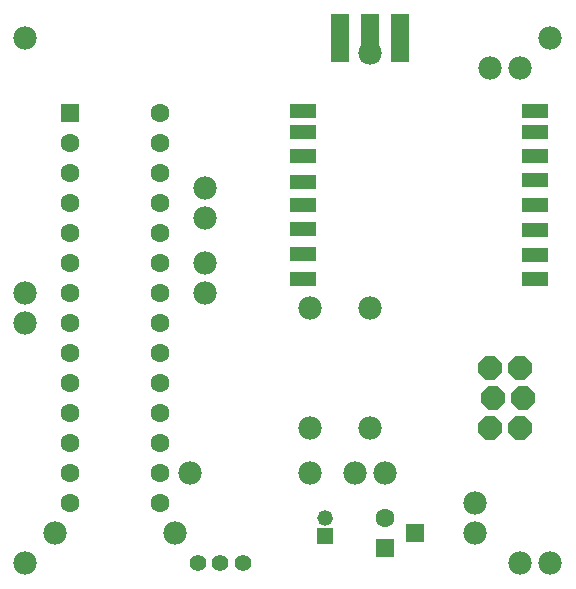
<source format=gts>
G75*
G70*
%OFA0B0*%
%FSLAX24Y24*%
%IPPOS*%
%LPD*%
%AMOC8*
5,1,8,0,0,1.08239X$1,22.5*
%
%ADD10R,0.0900X0.0460*%
%ADD11C,0.0555*%
%ADD12OC8,0.0780*%
%ADD13R,0.0640X0.1640*%
%ADD14C,0.0780*%
%ADD15R,0.0630X0.0630*%
%ADD16C,0.0630*%
%ADD17R,0.0520X0.0520*%
%ADD18C,0.0520*%
D10*
X010943Y011643D03*
X010943Y012481D03*
X010943Y013331D03*
X010943Y014118D03*
X010943Y014905D03*
X010943Y015755D03*
X010943Y016543D03*
X010943Y017268D03*
X018680Y017268D03*
X018680Y016543D03*
X018680Y015755D03*
X018680Y014968D03*
X018680Y014118D03*
X018680Y013293D03*
X018680Y012456D03*
X018680Y011668D03*
D11*
X008930Y002180D03*
X008180Y002180D03*
X007430Y002180D03*
D12*
X017180Y006680D03*
X017280Y007680D03*
X018280Y007680D03*
X018180Y006680D03*
X018180Y008680D03*
X017180Y008680D03*
D13*
X014180Y019680D03*
X013180Y019680D03*
X012180Y019680D03*
D14*
X001680Y002180D03*
X002680Y003180D03*
X006680Y003180D03*
X007180Y005180D03*
X011180Y005180D03*
X011180Y006680D03*
X012680Y005180D03*
X013680Y005180D03*
X013180Y006680D03*
X016680Y004180D03*
X016680Y003180D03*
X018180Y002180D03*
X019180Y002180D03*
X013180Y010680D03*
X011180Y010680D03*
X007680Y011180D03*
X007680Y012180D03*
X007680Y013680D03*
X007680Y014680D03*
X013180Y019180D03*
X017180Y018680D03*
X018180Y018680D03*
X019180Y019680D03*
X001680Y019680D03*
X001680Y011180D03*
X001680Y010180D03*
D15*
X003180Y017180D03*
X014680Y003180D03*
X013680Y002680D03*
D16*
X013680Y003680D03*
X006180Y004180D03*
X006180Y005180D03*
X006180Y006180D03*
X006180Y007180D03*
X006180Y008180D03*
X006180Y009180D03*
X006180Y010180D03*
X006180Y011180D03*
X006180Y012180D03*
X006180Y013180D03*
X006180Y014180D03*
X006180Y015180D03*
X006180Y016180D03*
X006180Y017180D03*
X003180Y016180D03*
X003180Y015180D03*
X003180Y014180D03*
X003180Y013180D03*
X003180Y012180D03*
X003180Y011180D03*
X003180Y010180D03*
X003180Y009180D03*
X003180Y008180D03*
X003180Y007180D03*
X003180Y006180D03*
X003180Y005180D03*
X003180Y004180D03*
D17*
X011680Y003090D03*
D18*
X011680Y003680D03*
M02*

</source>
